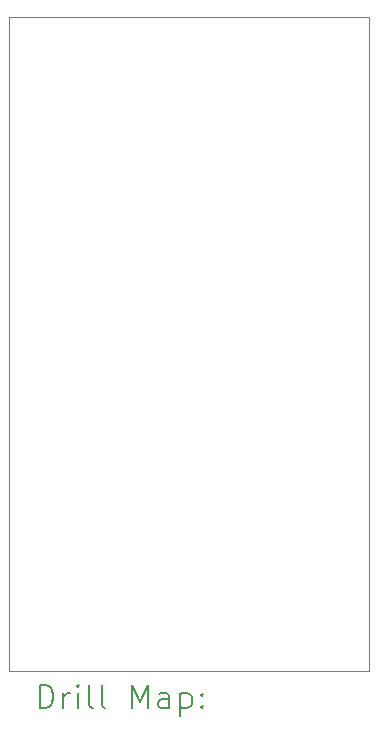
<source format=gbr>
%TF.GenerationSoftware,KiCad,Pcbnew,9.0.2*%
%TF.CreationDate,2025-08-01T14:32:07+08:00*%
%TF.ProjectId,STM32WB5MMG_Breakout_Board,53544d33-3257-4423-954d-4d475f427265,rev?*%
%TF.SameCoordinates,Original*%
%TF.FileFunction,Drillmap*%
%TF.FilePolarity,Positive*%
%FSLAX45Y45*%
G04 Gerber Fmt 4.5, Leading zero omitted, Abs format (unit mm)*
G04 Created by KiCad (PCBNEW 9.0.2) date 2025-08-01 14:32:07*
%MOMM*%
%LPD*%
G01*
G04 APERTURE LIST*
%ADD10C,0.038100*%
%ADD11C,0.200000*%
G04 APERTURE END LIST*
D10*
X13900000Y-7310000D02*
X13720000Y-7310000D01*
X13770000Y-12850000D02*
X16770000Y-12850000D01*
X13720000Y-7310000D02*
X13720000Y-7780000D01*
X13770000Y-12850000D02*
X13720000Y-12850000D01*
X13900000Y-7310000D02*
X16770000Y-7310000D01*
X16770000Y-12850000D02*
X16770000Y-7370000D01*
X13720000Y-7780000D02*
X13720000Y-12850000D01*
X16770000Y-7310000D02*
X16770000Y-7370000D01*
D11*
X13978872Y-13163389D02*
X13978872Y-12963389D01*
X13978872Y-12963389D02*
X14026491Y-12963389D01*
X14026491Y-12963389D02*
X14055062Y-12972913D01*
X14055062Y-12972913D02*
X14074110Y-12991960D01*
X14074110Y-12991960D02*
X14083634Y-13011008D01*
X14083634Y-13011008D02*
X14093157Y-13049103D01*
X14093157Y-13049103D02*
X14093157Y-13077674D01*
X14093157Y-13077674D02*
X14083634Y-13115770D01*
X14083634Y-13115770D02*
X14074110Y-13134817D01*
X14074110Y-13134817D02*
X14055062Y-13153865D01*
X14055062Y-13153865D02*
X14026491Y-13163389D01*
X14026491Y-13163389D02*
X13978872Y-13163389D01*
X14178872Y-13163389D02*
X14178872Y-13030055D01*
X14178872Y-13068151D02*
X14188396Y-13049103D01*
X14188396Y-13049103D02*
X14197919Y-13039579D01*
X14197919Y-13039579D02*
X14216967Y-13030055D01*
X14216967Y-13030055D02*
X14236015Y-13030055D01*
X14302681Y-13163389D02*
X14302681Y-13030055D01*
X14302681Y-12963389D02*
X14293157Y-12972913D01*
X14293157Y-12972913D02*
X14302681Y-12982436D01*
X14302681Y-12982436D02*
X14312205Y-12972913D01*
X14312205Y-12972913D02*
X14302681Y-12963389D01*
X14302681Y-12963389D02*
X14302681Y-12982436D01*
X14426491Y-13163389D02*
X14407443Y-13153865D01*
X14407443Y-13153865D02*
X14397919Y-13134817D01*
X14397919Y-13134817D02*
X14397919Y-12963389D01*
X14531253Y-13163389D02*
X14512205Y-13153865D01*
X14512205Y-13153865D02*
X14502681Y-13134817D01*
X14502681Y-13134817D02*
X14502681Y-12963389D01*
X14759824Y-13163389D02*
X14759824Y-12963389D01*
X14759824Y-12963389D02*
X14826491Y-13106246D01*
X14826491Y-13106246D02*
X14893157Y-12963389D01*
X14893157Y-12963389D02*
X14893157Y-13163389D01*
X15074110Y-13163389D02*
X15074110Y-13058627D01*
X15074110Y-13058627D02*
X15064586Y-13039579D01*
X15064586Y-13039579D02*
X15045538Y-13030055D01*
X15045538Y-13030055D02*
X15007443Y-13030055D01*
X15007443Y-13030055D02*
X14988396Y-13039579D01*
X15074110Y-13153865D02*
X15055062Y-13163389D01*
X15055062Y-13163389D02*
X15007443Y-13163389D01*
X15007443Y-13163389D02*
X14988396Y-13153865D01*
X14988396Y-13153865D02*
X14978872Y-13134817D01*
X14978872Y-13134817D02*
X14978872Y-13115770D01*
X14978872Y-13115770D02*
X14988396Y-13096722D01*
X14988396Y-13096722D02*
X15007443Y-13087198D01*
X15007443Y-13087198D02*
X15055062Y-13087198D01*
X15055062Y-13087198D02*
X15074110Y-13077674D01*
X15169348Y-13030055D02*
X15169348Y-13230055D01*
X15169348Y-13039579D02*
X15188396Y-13030055D01*
X15188396Y-13030055D02*
X15226491Y-13030055D01*
X15226491Y-13030055D02*
X15245538Y-13039579D01*
X15245538Y-13039579D02*
X15255062Y-13049103D01*
X15255062Y-13049103D02*
X15264586Y-13068151D01*
X15264586Y-13068151D02*
X15264586Y-13125293D01*
X15264586Y-13125293D02*
X15255062Y-13144341D01*
X15255062Y-13144341D02*
X15245538Y-13153865D01*
X15245538Y-13153865D02*
X15226491Y-13163389D01*
X15226491Y-13163389D02*
X15188396Y-13163389D01*
X15188396Y-13163389D02*
X15169348Y-13153865D01*
X15350300Y-13144341D02*
X15359824Y-13153865D01*
X15359824Y-13153865D02*
X15350300Y-13163389D01*
X15350300Y-13163389D02*
X15340777Y-13153865D01*
X15340777Y-13153865D02*
X15350300Y-13144341D01*
X15350300Y-13144341D02*
X15350300Y-13163389D01*
X15350300Y-13039579D02*
X15359824Y-13049103D01*
X15359824Y-13049103D02*
X15350300Y-13058627D01*
X15350300Y-13058627D02*
X15340777Y-13049103D01*
X15340777Y-13049103D02*
X15350300Y-13039579D01*
X15350300Y-13039579D02*
X15350300Y-13058627D01*
M02*

</source>
